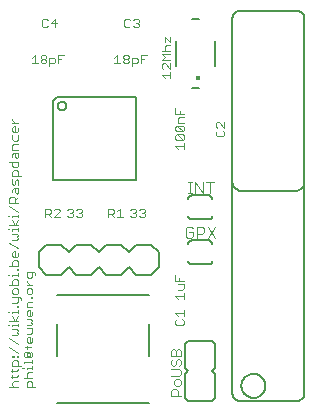
<source format=gto>
G75*
G70*
%OFA0B0*%
%FSLAX24Y24*%
%IPPOS*%
%LPD*%
%AMOC8*
5,1,8,0,0,1.08239X$1,22.5*
%
%ADD10C,0.0030*%
%ADD11C,0.0060*%
%ADD12C,0.0080*%
%ADD13C,0.0143*%
%ADD14C,0.0050*%
D10*
X000445Y000695D02*
X000735Y000695D01*
X000590Y000695D02*
X000542Y000743D01*
X000542Y000840D01*
X000590Y000888D01*
X000735Y000888D01*
X000687Y001038D02*
X000735Y001086D01*
X000687Y001038D02*
X000493Y001038D01*
X000542Y000990D02*
X000542Y001086D01*
X000542Y001186D02*
X000542Y001283D01*
X000493Y001234D02*
X000687Y001234D01*
X000735Y001283D01*
X000735Y001383D02*
X000735Y001528D01*
X000687Y001576D01*
X000590Y001576D01*
X000542Y001528D01*
X000542Y001383D01*
X000832Y001383D01*
X000876Y001333D02*
X000925Y001333D01*
X001022Y001333D02*
X001215Y001333D01*
X001215Y001381D02*
X001215Y001284D01*
X001215Y001183D02*
X001070Y001183D01*
X001022Y001135D01*
X001022Y001038D01*
X001070Y000990D01*
X001070Y000888D02*
X001022Y000840D01*
X001022Y000695D01*
X001312Y000695D01*
X001215Y000695D02*
X001215Y000840D01*
X001167Y000888D01*
X001070Y000888D01*
X000925Y000990D02*
X001215Y000990D01*
X001022Y001284D02*
X001022Y001333D01*
X000925Y001481D02*
X000925Y001529D01*
X001215Y001529D01*
X001215Y001481D02*
X001215Y001577D01*
X001167Y001677D02*
X000973Y001677D01*
X000925Y001726D01*
X000925Y001822D01*
X000973Y001871D01*
X001070Y001871D01*
X001118Y001822D01*
X001022Y001822D01*
X001022Y001726D01*
X001118Y001726D01*
X001118Y001822D01*
X001167Y001871D02*
X001215Y001822D01*
X001215Y001726D01*
X001167Y001677D01*
X001022Y001972D02*
X001022Y002069D01*
X000973Y002020D02*
X001167Y002020D01*
X001215Y002069D01*
X001167Y002168D02*
X001070Y002168D01*
X001022Y002217D01*
X001022Y002313D01*
X001070Y002362D01*
X001118Y002362D01*
X001118Y002168D01*
X001167Y002168D02*
X001215Y002217D01*
X001215Y002313D01*
X001167Y002463D02*
X001215Y002511D01*
X001215Y002656D01*
X001022Y002656D01*
X001022Y002758D02*
X001167Y002758D01*
X001215Y002806D01*
X001167Y002854D01*
X001215Y002903D01*
X001167Y002951D01*
X001022Y002951D01*
X001070Y003052D02*
X001022Y003101D01*
X001022Y003197D01*
X001070Y003246D01*
X001118Y003246D01*
X001118Y003052D01*
X001070Y003052D02*
X001167Y003052D01*
X001215Y003101D01*
X001215Y003197D01*
X001215Y003347D02*
X001022Y003347D01*
X001022Y003492D01*
X001070Y003540D01*
X001215Y003540D01*
X001215Y003642D02*
X001215Y003690D01*
X001167Y003690D01*
X001167Y003642D01*
X001215Y003642D01*
X001167Y003789D02*
X001070Y003789D01*
X001022Y003837D01*
X001022Y003934D01*
X001070Y003982D01*
X001167Y003982D01*
X001215Y003934D01*
X001215Y003837D01*
X001167Y003789D01*
X001215Y004083D02*
X001022Y004083D01*
X001118Y004083D02*
X001022Y004180D01*
X001022Y004229D01*
X001070Y004329D02*
X001022Y004377D01*
X001022Y004523D01*
X001263Y004523D01*
X001312Y004474D01*
X001312Y004426D01*
X001215Y004377D02*
X001215Y004523D01*
X001215Y004377D02*
X001167Y004329D01*
X001070Y004329D01*
X000735Y004378D02*
X000735Y004475D01*
X000735Y004427D02*
X000542Y004427D01*
X000542Y004378D01*
X000445Y004427D02*
X000396Y004427D01*
X000590Y004277D02*
X000542Y004229D01*
X000542Y004083D01*
X000445Y004083D02*
X000735Y004083D01*
X000735Y004229D01*
X000687Y004277D01*
X000590Y004277D01*
X000590Y003982D02*
X000542Y003934D01*
X000542Y003837D01*
X000590Y003789D01*
X000687Y003789D01*
X000735Y003837D01*
X000735Y003934D01*
X000687Y003982D01*
X000590Y003982D01*
X000542Y003688D02*
X000783Y003688D01*
X000832Y003639D01*
X000832Y003591D01*
X000735Y003543D02*
X000687Y003494D01*
X000542Y003494D01*
X000687Y003395D02*
X000687Y003347D01*
X000735Y003347D01*
X000735Y003395D01*
X000687Y003395D01*
X000735Y003543D02*
X000735Y003688D01*
X000735Y003247D02*
X000735Y003150D01*
X000735Y003199D02*
X000542Y003199D01*
X000542Y003150D01*
X000542Y003050D02*
X000638Y002905D01*
X000735Y003050D01*
X000735Y002905D02*
X000445Y002905D01*
X000445Y002757D02*
X000396Y002757D01*
X000542Y002757D02*
X000735Y002757D01*
X000735Y002805D02*
X000735Y002708D01*
X000687Y002607D02*
X000542Y002607D01*
X000542Y002708D02*
X000542Y002757D01*
X000687Y002607D02*
X000735Y002559D01*
X000687Y002511D01*
X000735Y002462D01*
X000687Y002414D01*
X000542Y002414D01*
X000445Y002313D02*
X000735Y002119D01*
X000735Y001824D02*
X000445Y002018D01*
X000542Y001726D02*
X000590Y001726D01*
X000590Y001677D01*
X000542Y001677D01*
X000542Y001726D01*
X000687Y001726D02*
X000735Y001726D01*
X000735Y001677D01*
X000687Y001677D01*
X000687Y001726D01*
X001022Y002463D02*
X001167Y002463D01*
X000445Y003199D02*
X000396Y003199D01*
X000687Y004575D02*
X000687Y004623D01*
X000735Y004623D01*
X000735Y004575D01*
X000687Y004575D01*
X000735Y004722D02*
X000445Y004722D01*
X000542Y004722D02*
X000542Y004867D01*
X000590Y004915D01*
X000687Y004915D01*
X000735Y004867D01*
X000735Y004722D01*
X000687Y005017D02*
X000590Y005017D01*
X000542Y005065D01*
X000542Y005162D01*
X000590Y005210D01*
X000638Y005210D01*
X000638Y005017D01*
X000687Y005017D02*
X000735Y005065D01*
X000735Y005162D01*
X000735Y005311D02*
X000445Y005505D01*
X000542Y005606D02*
X000687Y005606D01*
X000735Y005654D01*
X000687Y005703D01*
X000735Y005751D01*
X000687Y005799D01*
X000542Y005799D01*
X000542Y005901D02*
X000542Y005949D01*
X000735Y005949D01*
X000735Y005901D02*
X000735Y005997D01*
X000735Y006097D02*
X000445Y006097D01*
X000445Y005949D02*
X000396Y005949D01*
X000638Y006097D02*
X000542Y006242D01*
X000542Y006342D02*
X000542Y006391D01*
X000735Y006391D01*
X000735Y006439D02*
X000735Y006342D01*
X000735Y006242D02*
X000638Y006097D01*
X000445Y006391D02*
X000396Y006391D01*
X000445Y006732D02*
X000735Y006539D01*
X000735Y006834D02*
X000445Y006834D01*
X000445Y006979D01*
X000493Y007027D01*
X000590Y007027D01*
X000638Y006979D01*
X000638Y006834D01*
X000638Y006930D02*
X000735Y007027D01*
X000687Y007128D02*
X000638Y007177D01*
X000638Y007322D01*
X000590Y007322D02*
X000735Y007322D01*
X000735Y007177D01*
X000687Y007128D01*
X000542Y007177D02*
X000542Y007273D01*
X000590Y007322D01*
X000590Y007423D02*
X000542Y007471D01*
X000542Y007616D01*
X000542Y007718D02*
X000542Y007863D01*
X000590Y007911D01*
X000687Y007911D01*
X000735Y007863D01*
X000735Y007718D01*
X000832Y007718D02*
X000542Y007718D01*
X000687Y007616D02*
X000638Y007568D01*
X000638Y007471D01*
X000590Y007423D01*
X000735Y007423D02*
X000735Y007568D01*
X000687Y007616D01*
X000687Y008012D02*
X000590Y008012D01*
X000542Y008061D01*
X000542Y008206D01*
X000445Y008206D02*
X000735Y008206D01*
X000735Y008061D01*
X000687Y008012D01*
X000687Y008307D02*
X000638Y008355D01*
X000638Y008500D01*
X000590Y008500D02*
X000735Y008500D01*
X000735Y008355D01*
X000687Y008307D01*
X000542Y008355D02*
X000542Y008452D01*
X000590Y008500D01*
X000542Y008601D02*
X000542Y008747D01*
X000590Y008795D01*
X000735Y008795D01*
X000687Y008896D02*
X000590Y008896D01*
X000542Y008945D01*
X000542Y009090D01*
X000590Y009191D02*
X000542Y009239D01*
X000542Y009336D01*
X000590Y009384D01*
X000638Y009384D01*
X000638Y009191D01*
X000590Y009191D02*
X000687Y009191D01*
X000735Y009239D01*
X000735Y009336D01*
X000735Y009485D02*
X000542Y009485D01*
X000638Y009485D02*
X000542Y009582D01*
X000542Y009631D01*
X000735Y009090D02*
X000735Y008945D01*
X000687Y008896D01*
X000735Y008601D02*
X000542Y008601D01*
X001631Y006640D02*
X001776Y006640D01*
X001824Y006592D01*
X001824Y006495D01*
X001776Y006447D01*
X001631Y006447D01*
X001727Y006447D02*
X001824Y006350D01*
X001925Y006350D02*
X002119Y006543D01*
X002119Y006592D01*
X002070Y006640D01*
X001974Y006640D01*
X001925Y006592D01*
X001925Y006350D02*
X002119Y006350D01*
X002381Y006398D02*
X002429Y006350D01*
X002526Y006350D01*
X002574Y006398D01*
X002574Y006447D01*
X002526Y006495D01*
X002477Y006495D01*
X002526Y006495D02*
X002574Y006543D01*
X002574Y006592D01*
X002526Y006640D01*
X002429Y006640D01*
X002381Y006592D01*
X002675Y006592D02*
X002724Y006640D01*
X002820Y006640D01*
X002869Y006592D01*
X002869Y006543D01*
X002820Y006495D01*
X002869Y006447D01*
X002869Y006398D01*
X002820Y006350D01*
X002724Y006350D01*
X002675Y006398D01*
X002772Y006495D02*
X002820Y006495D01*
X003731Y006447D02*
X003876Y006447D01*
X003924Y006495D01*
X003924Y006592D01*
X003876Y006640D01*
X003731Y006640D01*
X003731Y006350D01*
X003827Y006447D02*
X003924Y006350D01*
X004025Y006350D02*
X004219Y006350D01*
X004122Y006350D02*
X004122Y006640D01*
X004025Y006543D01*
X004481Y006592D02*
X004529Y006640D01*
X004626Y006640D01*
X004674Y006592D01*
X004674Y006543D01*
X004626Y006495D01*
X004674Y006447D01*
X004674Y006398D01*
X004626Y006350D01*
X004529Y006350D01*
X004481Y006398D01*
X004577Y006495D02*
X004626Y006495D01*
X004775Y006398D02*
X004824Y006350D01*
X004920Y006350D01*
X004969Y006398D01*
X004969Y006447D01*
X004920Y006495D01*
X004872Y006495D01*
X004920Y006495D02*
X004969Y006543D01*
X004969Y006592D01*
X004920Y006640D01*
X004824Y006640D01*
X004775Y006592D01*
X006320Y005979D02*
X006320Y005732D01*
X006382Y005670D01*
X006505Y005670D01*
X006567Y005732D01*
X006567Y005855D01*
X006443Y005855D01*
X006320Y005979D02*
X006382Y006040D01*
X006505Y006040D01*
X006567Y005979D01*
X006688Y006040D02*
X006873Y006040D01*
X006935Y005979D01*
X006935Y005855D01*
X006873Y005793D01*
X006688Y005793D01*
X006688Y005670D02*
X006688Y006040D01*
X007057Y006040D02*
X007304Y005670D01*
X007057Y005670D02*
X007304Y006040D01*
X007132Y007170D02*
X007132Y007540D01*
X007009Y007540D02*
X007256Y007540D01*
X006887Y007540D02*
X006887Y007170D01*
X006641Y007540D01*
X006641Y007170D01*
X006518Y007170D02*
X006395Y007170D01*
X006457Y007170D02*
X006457Y007540D01*
X006518Y007540D02*
X006395Y007540D01*
X006265Y008620D02*
X006265Y008813D01*
X006265Y008717D02*
X005975Y008717D01*
X006072Y008620D01*
X006023Y008915D02*
X005975Y008963D01*
X005975Y009060D01*
X006023Y009108D01*
X006217Y008915D01*
X006265Y008963D01*
X006265Y009060D01*
X006217Y009108D01*
X006023Y009108D01*
X006023Y009209D02*
X005975Y009258D01*
X005975Y009354D01*
X006023Y009403D01*
X006217Y009209D01*
X006265Y009258D01*
X006265Y009354D01*
X006217Y009403D01*
X006023Y009403D01*
X006072Y009504D02*
X006072Y009649D01*
X006120Y009697D01*
X006265Y009697D01*
X006265Y009799D02*
X005975Y009799D01*
X005975Y009992D01*
X006120Y009895D02*
X006120Y009799D01*
X006072Y009504D02*
X006265Y009504D01*
X006217Y009209D02*
X006023Y009209D01*
X006023Y008915D02*
X006217Y008915D01*
X007325Y009093D02*
X007373Y009045D01*
X007567Y009045D01*
X007615Y009093D01*
X007615Y009190D01*
X007567Y009238D01*
X007615Y009340D02*
X007422Y009533D01*
X007373Y009533D01*
X007325Y009485D01*
X007325Y009388D01*
X007373Y009340D01*
X007373Y009238D02*
X007325Y009190D01*
X007325Y009093D01*
X007615Y009340D02*
X007615Y009533D01*
X005810Y010997D02*
X005810Y011190D01*
X005810Y011093D02*
X005520Y011093D01*
X005617Y010997D01*
X005568Y011291D02*
X005520Y011340D01*
X005520Y011437D01*
X005568Y011485D01*
X005617Y011485D01*
X005810Y011291D01*
X005810Y011485D01*
X005810Y011586D02*
X005520Y011586D01*
X005617Y011683D01*
X005520Y011780D01*
X005810Y011780D01*
X005810Y011881D02*
X005520Y011881D01*
X005617Y011929D02*
X005617Y012026D01*
X005665Y012074D01*
X005810Y012074D01*
X005810Y012175D02*
X005810Y012369D01*
X005617Y012369D02*
X005810Y012175D01*
X005617Y012175D02*
X005617Y012369D01*
X005617Y011929D02*
X005665Y011881D01*
X005019Y011765D02*
X004825Y011765D01*
X004825Y011475D01*
X004724Y011523D02*
X004724Y011620D01*
X004676Y011668D01*
X004531Y011668D01*
X004531Y011378D01*
X004531Y011475D02*
X004676Y011475D01*
X004724Y011523D01*
X004825Y011620D02*
X004922Y011620D01*
X004430Y011572D02*
X004430Y011523D01*
X004381Y011475D01*
X004284Y011475D01*
X004236Y011523D01*
X004236Y011572D01*
X004284Y011620D01*
X004381Y011620D01*
X004430Y011572D01*
X004381Y011620D02*
X004430Y011668D01*
X004430Y011717D01*
X004381Y011765D01*
X004284Y011765D01*
X004236Y011717D01*
X004236Y011668D01*
X004284Y011620D01*
X004135Y011475D02*
X003941Y011475D01*
X004038Y011475D02*
X004038Y011765D01*
X003941Y011668D01*
X004329Y012675D02*
X004281Y012723D01*
X004281Y012917D01*
X004329Y012965D01*
X004426Y012965D01*
X004474Y012917D01*
X004575Y012917D02*
X004624Y012965D01*
X004720Y012965D01*
X004769Y012917D01*
X004769Y012868D01*
X004720Y012820D01*
X004769Y012772D01*
X004769Y012723D01*
X004720Y012675D01*
X004624Y012675D01*
X004575Y012723D01*
X004474Y012723D02*
X004426Y012675D01*
X004329Y012675D01*
X004672Y012820D02*
X004720Y012820D01*
X002269Y011765D02*
X002075Y011765D01*
X002075Y011475D01*
X001974Y011523D02*
X001974Y011620D01*
X001926Y011668D01*
X001781Y011668D01*
X001781Y011378D01*
X001781Y011475D02*
X001926Y011475D01*
X001974Y011523D01*
X002075Y011620D02*
X002172Y011620D01*
X001680Y011572D02*
X001680Y011523D01*
X001631Y011475D01*
X001534Y011475D01*
X001486Y011523D01*
X001486Y011572D01*
X001534Y011620D01*
X001631Y011620D01*
X001680Y011572D01*
X001631Y011620D02*
X001680Y011668D01*
X001680Y011717D01*
X001631Y011765D01*
X001534Y011765D01*
X001486Y011717D01*
X001486Y011668D01*
X001534Y011620D01*
X001385Y011475D02*
X001191Y011475D01*
X001288Y011475D02*
X001288Y011765D01*
X001191Y011668D01*
X001579Y012675D02*
X001531Y012723D01*
X001531Y012917D01*
X001579Y012965D01*
X001676Y012965D01*
X001724Y012917D01*
X001825Y012820D02*
X002019Y012820D01*
X001970Y012675D02*
X001970Y012965D01*
X001825Y012820D01*
X001724Y012723D02*
X001676Y012675D01*
X001579Y012675D01*
X001631Y006640D02*
X001631Y006350D01*
X005890Y001941D02*
X005835Y001886D01*
X005835Y001721D01*
X006165Y001721D01*
X006165Y001886D01*
X006110Y001941D01*
X006055Y001941D01*
X006000Y001886D01*
X006000Y001721D01*
X006055Y001610D02*
X006110Y001610D01*
X006165Y001555D01*
X006165Y001444D01*
X006110Y001389D01*
X006110Y001278D02*
X005835Y001278D01*
X005890Y001389D02*
X005835Y001444D01*
X005835Y001555D01*
X005890Y001610D01*
X006000Y001555D02*
X006000Y001444D01*
X005945Y001389D01*
X005890Y001389D01*
X006000Y001555D02*
X006055Y001610D01*
X006110Y001278D02*
X006165Y001223D01*
X006165Y001113D01*
X006110Y001058D01*
X005835Y001058D01*
X006000Y000947D02*
X005945Y000892D01*
X005945Y000782D01*
X006000Y000726D01*
X006110Y000726D01*
X006165Y000782D01*
X006165Y000892D01*
X006110Y000947D01*
X006000Y000947D01*
X006000Y000615D02*
X005890Y000615D01*
X005835Y000560D01*
X005835Y000395D01*
X006165Y000395D01*
X006055Y000395D02*
X006055Y000560D01*
X006000Y000615D01*
X006000Y001886D02*
X005945Y001941D01*
X005890Y001941D01*
X006018Y002756D02*
X005970Y002804D01*
X005970Y002901D01*
X006018Y002949D01*
X006067Y003050D02*
X005970Y003147D01*
X006260Y003147D01*
X006260Y003050D02*
X006260Y003244D01*
X006212Y002949D02*
X006260Y002901D01*
X006260Y002804D01*
X006212Y002756D01*
X006018Y002756D01*
X006067Y003636D02*
X005970Y003733D01*
X006260Y003733D01*
X006260Y003636D02*
X006260Y003830D01*
X006212Y003931D02*
X006260Y003979D01*
X006260Y004124D01*
X006067Y004124D01*
X006115Y004225D02*
X006115Y004322D01*
X006260Y004225D02*
X005970Y004225D01*
X005970Y004419D01*
X006067Y003931D02*
X006212Y003931D01*
D11*
X006405Y002230D02*
X007205Y002230D01*
X007305Y002130D01*
X007305Y001330D01*
X007205Y001230D01*
X007305Y001130D01*
X007305Y000330D01*
X007205Y000230D01*
X006405Y000230D01*
X006305Y000330D01*
X006305Y001130D01*
X006405Y001230D01*
X006305Y001330D01*
X006305Y002130D01*
X006405Y002230D01*
X007880Y000480D02*
X007880Y012980D01*
X007882Y013010D01*
X007887Y013040D01*
X007896Y013069D01*
X007909Y013096D01*
X007924Y013122D01*
X007943Y013146D01*
X007964Y013167D01*
X007988Y013186D01*
X008014Y013201D01*
X008041Y013214D01*
X008070Y013223D01*
X008100Y013228D01*
X008130Y013230D01*
X010030Y013230D01*
X010060Y013228D01*
X010090Y013223D01*
X010119Y013214D01*
X010146Y013201D01*
X010172Y013186D01*
X010196Y013167D01*
X010217Y013146D01*
X010236Y013122D01*
X010251Y013096D01*
X010264Y013069D01*
X010273Y013040D01*
X010278Y013010D01*
X010280Y012980D01*
X010280Y000480D01*
X010278Y000450D01*
X010273Y000420D01*
X010264Y000391D01*
X010251Y000364D01*
X010236Y000338D01*
X010217Y000314D01*
X010196Y000293D01*
X010172Y000274D01*
X010146Y000259D01*
X010119Y000246D01*
X010090Y000237D01*
X010060Y000232D01*
X010030Y000230D01*
X008130Y000230D01*
X008100Y000232D01*
X008070Y000237D01*
X008041Y000246D01*
X008014Y000259D01*
X007988Y000274D01*
X007964Y000293D01*
X007943Y000314D01*
X007924Y000338D01*
X007909Y000364D01*
X007896Y000391D01*
X007887Y000420D01*
X007882Y000450D01*
X007880Y000480D01*
X008180Y007230D02*
X009980Y007230D01*
X010014Y007232D01*
X010047Y007238D01*
X010079Y007247D01*
X010110Y007260D01*
X010140Y007276D01*
X010167Y007295D01*
X010192Y007318D01*
X010215Y007343D01*
X010234Y007370D01*
X010250Y007400D01*
X010263Y007431D01*
X010272Y007463D01*
X010278Y007496D01*
X010280Y007530D01*
X008180Y007230D02*
X008146Y007232D01*
X008113Y007238D01*
X008081Y007247D01*
X008050Y007260D01*
X008020Y007276D01*
X007993Y007295D01*
X007968Y007318D01*
X007945Y007343D01*
X007926Y007370D01*
X007910Y007400D01*
X007897Y007431D01*
X007888Y007463D01*
X007882Y007496D01*
X007880Y007530D01*
X004660Y007600D02*
X001900Y007600D01*
X001900Y010220D01*
X002040Y010360D01*
X004660Y010360D01*
X004660Y007600D01*
X002059Y010060D02*
X002061Y010083D01*
X002067Y010106D01*
X002076Y010127D01*
X002089Y010147D01*
X002105Y010164D01*
X002123Y010178D01*
X002143Y010189D01*
X002165Y010197D01*
X002188Y010201D01*
X002212Y010201D01*
X002235Y010197D01*
X002257Y010189D01*
X002277Y010178D01*
X002295Y010164D01*
X002311Y010147D01*
X002324Y010127D01*
X002333Y010106D01*
X002339Y010083D01*
X002341Y010060D01*
X002339Y010037D01*
X002333Y010014D01*
X002324Y009993D01*
X002311Y009973D01*
X002295Y009956D01*
X002277Y009942D01*
X002257Y009931D01*
X002235Y009923D01*
X002212Y009919D01*
X002188Y009919D01*
X002165Y009923D01*
X002143Y009931D01*
X002123Y009942D01*
X002105Y009956D01*
X002089Y009973D01*
X002076Y009993D01*
X002067Y010014D01*
X002061Y010037D01*
X002059Y010060D01*
D12*
X002180Y005430D02*
X001680Y005430D01*
X001430Y005180D01*
X001430Y004680D01*
X001680Y004430D01*
X002180Y004430D01*
X002430Y004680D01*
X002680Y004430D01*
X003180Y004430D01*
X003430Y004680D01*
X003680Y004430D01*
X004180Y004430D01*
X004430Y004680D01*
X004680Y004430D01*
X005180Y004430D01*
X005430Y004680D01*
X005430Y005180D01*
X005180Y005430D01*
X004680Y005430D01*
X004430Y005180D01*
X004180Y005430D01*
X003680Y005430D01*
X003430Y005180D01*
X003180Y005430D01*
X002680Y005430D01*
X002430Y005180D01*
X002180Y005430D01*
X006490Y005574D02*
X007120Y005574D01*
X007120Y005573D02*
X007136Y005568D01*
X007152Y005560D01*
X007166Y005550D01*
X007178Y005538D01*
X007188Y005523D01*
X007195Y005507D01*
X007199Y005490D01*
X007200Y005473D01*
X007198Y005455D01*
X007198Y004905D02*
X007200Y004887D01*
X007199Y004870D01*
X007195Y004853D01*
X007188Y004837D01*
X007178Y004822D01*
X007166Y004810D01*
X007152Y004800D01*
X007136Y004792D01*
X007120Y004787D01*
X007120Y004786D02*
X006490Y004786D01*
X006490Y004787D02*
X006474Y004792D01*
X006458Y004800D01*
X006444Y004810D01*
X006432Y004822D01*
X006422Y004837D01*
X006415Y004853D01*
X006411Y004870D01*
X006410Y004887D01*
X006412Y004905D01*
X006412Y005455D02*
X006410Y005473D01*
X006411Y005490D01*
X006415Y005507D01*
X006422Y005523D01*
X006432Y005538D01*
X006444Y005550D01*
X006458Y005560D01*
X006474Y005568D01*
X006490Y005573D01*
X006490Y006286D02*
X007120Y006286D01*
X007120Y006287D02*
X007136Y006292D01*
X007152Y006300D01*
X007166Y006310D01*
X007178Y006322D01*
X007188Y006337D01*
X007195Y006353D01*
X007199Y006370D01*
X007200Y006387D01*
X007198Y006405D01*
X007198Y006955D02*
X007200Y006973D01*
X007199Y006990D01*
X007195Y007007D01*
X007188Y007023D01*
X007178Y007038D01*
X007166Y007050D01*
X007152Y007060D01*
X007136Y007068D01*
X007120Y007073D01*
X007120Y007074D02*
X006490Y007074D01*
X006490Y007073D02*
X006474Y007068D01*
X006458Y007060D01*
X006444Y007050D01*
X006432Y007038D01*
X006422Y007023D01*
X006415Y007007D01*
X006411Y006990D01*
X006410Y006973D01*
X006412Y006955D01*
X006412Y006405D02*
X006410Y006387D01*
X006411Y006370D01*
X006415Y006353D01*
X006422Y006337D01*
X006432Y006322D01*
X006444Y006310D01*
X006458Y006300D01*
X006474Y006292D01*
X006490Y006287D01*
X006537Y010663D02*
X006773Y010663D01*
X007305Y011392D02*
X007305Y012218D01*
X006773Y012947D02*
X006537Y012947D01*
X006005Y012218D02*
X006005Y011392D01*
D13*
X006734Y010998D03*
D14*
X005115Y003766D02*
X002045Y003766D01*
X002320Y003766D02*
X002753Y003766D01*
X002045Y002782D02*
X002045Y001719D01*
X002045Y000144D02*
X005115Y000144D01*
X005115Y001719D02*
X005115Y002782D01*
X004840Y003766D02*
X004407Y003766D01*
X008180Y000730D02*
X008182Y000770D01*
X008188Y000809D01*
X008198Y000848D01*
X008211Y000885D01*
X008229Y000921D01*
X008250Y000955D01*
X008274Y000987D01*
X008301Y001016D01*
X008331Y001043D01*
X008363Y001066D01*
X008398Y001086D01*
X008434Y001102D01*
X008472Y001115D01*
X008511Y001124D01*
X008550Y001129D01*
X008590Y001130D01*
X008630Y001127D01*
X008669Y001120D01*
X008707Y001109D01*
X008745Y001095D01*
X008780Y001076D01*
X008813Y001055D01*
X008845Y001030D01*
X008873Y001002D01*
X008899Y000972D01*
X008921Y000939D01*
X008940Y000904D01*
X008956Y000867D01*
X008968Y000829D01*
X008976Y000790D01*
X008980Y000750D01*
X008980Y000710D01*
X008976Y000670D01*
X008968Y000631D01*
X008956Y000593D01*
X008940Y000556D01*
X008921Y000521D01*
X008899Y000488D01*
X008873Y000458D01*
X008845Y000430D01*
X008813Y000405D01*
X008780Y000384D01*
X008745Y000365D01*
X008707Y000351D01*
X008669Y000340D01*
X008630Y000333D01*
X008590Y000330D01*
X008550Y000331D01*
X008511Y000336D01*
X008472Y000345D01*
X008434Y000358D01*
X008398Y000374D01*
X008363Y000394D01*
X008331Y000417D01*
X008301Y000444D01*
X008274Y000473D01*
X008250Y000505D01*
X008229Y000539D01*
X008211Y000575D01*
X008198Y000612D01*
X008188Y000651D01*
X008182Y000690D01*
X008180Y000730D01*
M02*

</source>
